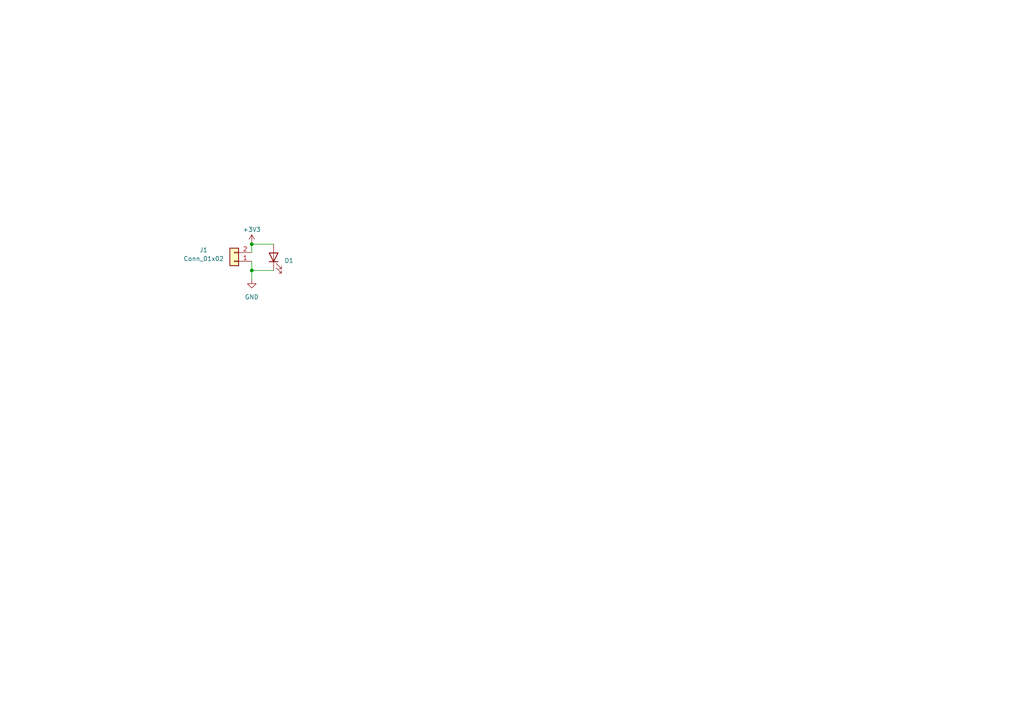
<source format=kicad_sch>
(kicad_sch (version 20230121) (generator eeschema)
  (paper "A4")
  (lib_symbols
    (symbol "Connector_Generic:Conn_01x02" (pin_names (offset 1.016) hide)
      (property "Reference" "J" (at 0 2.54 0))
      (property "Value" "Conn_01x02" (at 0 -5.08 0))
      (symbol "Conn_01x02_1_1"
        (rectangle (start -1.27 -2.413) (end 0 -2.667) (stroke (width 0.1524)))
        (rectangle (start -1.27 0.127) (end 0 -0.127) (stroke (width 0.1524)))
        (rectangle (start -1.27 1.27) (end 1.27 -3.81) (stroke (width 0.254)) (fill (type background)))
        (pin passive line (at -5.08 0 0) (length 3.81) (name "Pin_1") (number "1"))
        (pin passive line (at -5.08 -2.54 0) (length 3.81) (name "Pin_2") (number "2"))
      )
    )
    (symbol "Device:LED" (pin_numbers hide) (pin_names (offset 1.016) hide)
      (property "Reference" "D" (at 0 2.54 0))
      (property "Value" "LED" (at 0 -2.54 0))
      (symbol "LED_0_1"
        (polyline (pts (xy -1.27 -1.27) (xy -1.27 1.27)) (stroke (width 0.254)))
        (polyline (pts (xy -1.27 0) (xy 1.27 0)))
        (polyline (pts (xy 1.27 -1.27) (xy 1.27 1.27) (xy -1.27 0) (xy 1.27 -1.27)) (stroke (width 0.254)))
        (polyline (pts (xy -3.048 -0.762) (xy -4.572 -2.286) (xy -3.81 -2.286) (xy -4.572 -2.286) (xy -4.572 -1.524)))
        (polyline (pts (xy -1.778 -0.762) (xy -3.302 -2.286) (xy -2.54 -2.286) (xy -3.302 -2.286) (xy -3.302 -1.524)))
      )
      (symbol "LED_1_1"
        (pin passive line (at -3.81 0 0) (length 2.54) (name "K") (number "1"))
        (pin passive line (at 3.81 0 180) (length 2.54) (name "A") (number "2"))
      )
    )
    (symbol "power:+3V3" (power) (pin_names (offset 0))
      (property "Value" "+3V3" (at 0 3.556 0))
      (symbol "+3V3_0_1"
        (polyline (pts (xy -0.762 1.27) (xy 0 2.54)))
        (polyline (pts (xy 0 0) (xy 0 2.54)))
        (polyline (pts (xy 0 2.54) (xy 0.762 1.27)))
      )
      (symbol "+3V3_1_1"
        (pin power_in line (at 0 0 90) (length 0) hide (name "+3V3") (number "1"))
      )
    )
    (symbol "power:GND" (power) (pin_names (offset 0))
      (property "Value" "GND" (at 0 -3.81 0))
      (symbol "GND_0_1"
        (polyline (pts (xy 0 0) (xy 0 -1.27) (xy 1.27 -1.27) (xy 0 -2.54) (xy -1.27 -1.27) (xy 0 -1.27)))
      )
      (symbol "GND_1_1"
        (pin power_in line (at 0 0 270) (length 0) hide (name "GND") (number "1"))
      )
    )
  )
  (junction (at 73.0238 70.8246))
  (junction (at 73.0238 78.4446))
  (wire (pts (xy 73.0238 70.8246) (xy 79.3536 70.8246)))
  (wire (pts (xy 79.3536 78.4446) (xy 73.0238 78.4446)))
  (wire (pts (xy 73.0238 70.6591) (xy 73.0238 70.8246)))
  (wire (pts (xy 73.0238 78.4446) (xy 73.0238 80.9846)))
  (wire (pts (xy 73.0238 75.7903) (xy 73.0238 78.4446)))
  (wire (pts (xy 73.0238 70.8246) (xy 73.0238 73.2503)))
  (symbol (lib_id "Device:LED") (at 79.3536 74.6346 90) (unit 1)
    (property "Reference" "D1" (at 82.4651 75.5871 90) (effects (justify right)))
    (property "Value" "LED" (effects hide))
    (property "Footprint" "2024l1:LED5050" (effects hide))
  )
  (symbol (lib_id "Connector_Generic:Conn_01x02") (at 67.9438 75.7903 180) (unit 1)
    (property "Reference" "J1" (at 59.061 72.5017 0))
    (property "Value" "Conn_01x02" (at 59.061 75.0417 0))
    (property "Footprint" "Connector_PinHeader_2.54mm:PinHeader_1x02_P2.54mm_Horizontal" (effects hide))
  )
  (symbol (lib_id "power:GND") (at 73.0238 80.9846 0) (unit 1)
    (property "Reference" "#PWR02" (effects hide))
    (property "Value" "GND" (at 73.0238 86.139 0))
  )
  (symbol (lib_id "power:+3V3") (at 73.0238 70.6591 0) (unit 1)
    (property "Reference" "#PWR01" (effects hide))
    (property "Value" "+3V3" (at 73.0238 66.5863 0))
  )
)
</source>
